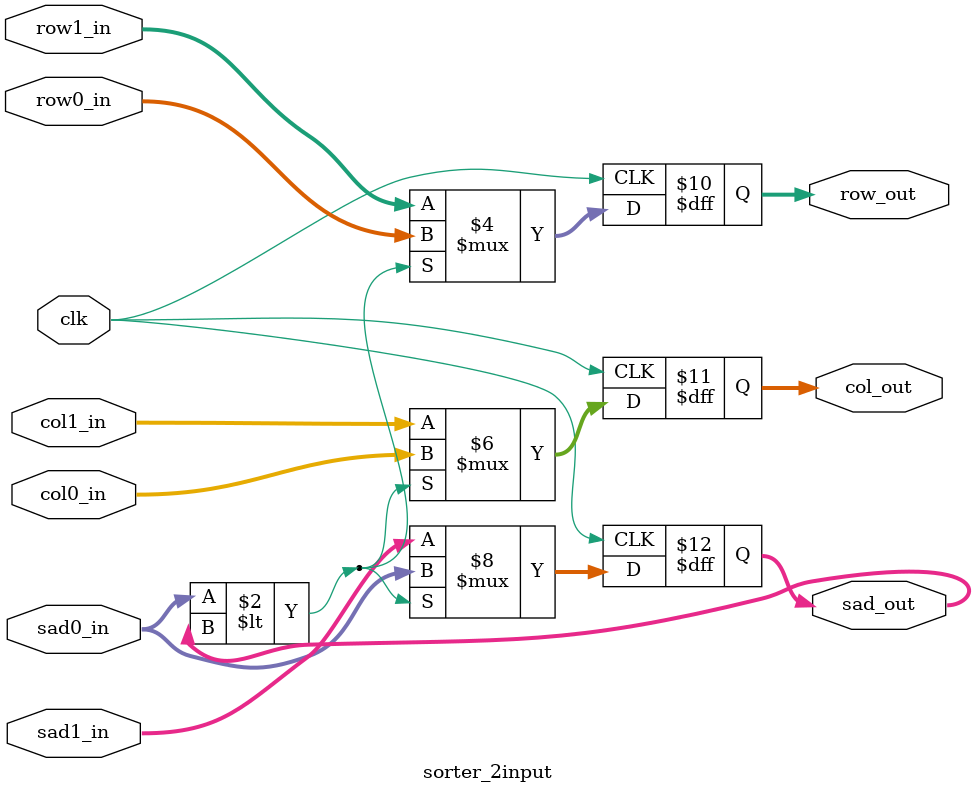
<source format=v>
`timescale 1ns / 1ps

module sorter_4input #(
    parameter DATA_WIDTH = 16,
    parameter INPUT_WIDTH = 8)
    (
    input Clk,
        
    input [INPUT_WIDTH-1:0] row0_in,
    input [INPUT_WIDTH-1:0] col0_in,
    input [DATA_WIDTH-1:0] sad0_in,
    
    input [INPUT_WIDTH-1:0] row1_in,
    input [INPUT_WIDTH-1:0] col1_in,
    input [DATA_WIDTH-1:0] sad1_in,

    input [INPUT_WIDTH-1:0] row2_in,
    input [INPUT_WIDTH-1:0] col2_in,
    input [DATA_WIDTH-1:0] sad2_in,

    input [INPUT_WIDTH-1:0] row3_in,
    input [INPUT_WIDTH-1:0] col3_in,
    input [DATA_WIDTH-1:0] sad3_in,
    
    output reg [INPUT_WIDTH-1:0] row_out,
    output reg [INPUT_WIDTH-1:0] col_out,
    output reg [DATA_WIDTH-1:0] sad_out
    );
    
    always @(posedge Clk) begin 

        sad_out <= sad3_in;
        col_out <= col3_in;
        row_out <= row3_in;
        
        if (sad2_in < sad_out) begin 
            sad_out <= sad2_in;
            col_out <= col2_in;
            row_out <= row2_in;
            end
            
        if (sad1_in < sad_out) begin 
            sad_out <= sad1_in;
            col_out <= col1_in;
            row_out <= row1_in;
            end
        
        if (sad0_in < sad_out) begin 
            sad_out <= sad0_in;
            col_out <= col0_in;
            row_out <= row0_in;

            end
            
        end
endmodule

module sorter_2input #(
    parameter DATA_WIDTH = 16,
    parameter INPUT_WIDTH = 8)
    (
    input clk,
    input [INPUT_WIDTH-1:0] row0_in,
    input [INPUT_WIDTH-1:0] col0_in,
    input [DATA_WIDTH-1:0] sad0_in,
    
    input [INPUT_WIDTH-1:0] row1_in,
    input [INPUT_WIDTH-1:0] col1_in,
    input [DATA_WIDTH-1:0] sad1_in,
    
    output reg [INPUT_WIDTH-1:0] row_out,
    output reg [INPUT_WIDTH-1:0] col_out,
    output reg [DATA_WIDTH-1:0] sad_out
    );
    
    initial begin
        sad_out = 0;
        col_out = 0;
        row_out = 0;
        end
        
    always @(posedge clk) begin 

        sad_out <= sad1_in;
        col_out <= col1_in;
        row_out <= row1_in;
        
        if (sad0_in < sad_out) begin 
            sad_out <= sad0_in;
            col_out <= col0_in;
            row_out <= row0_in;

            end
            
        end
endmodule

</source>
